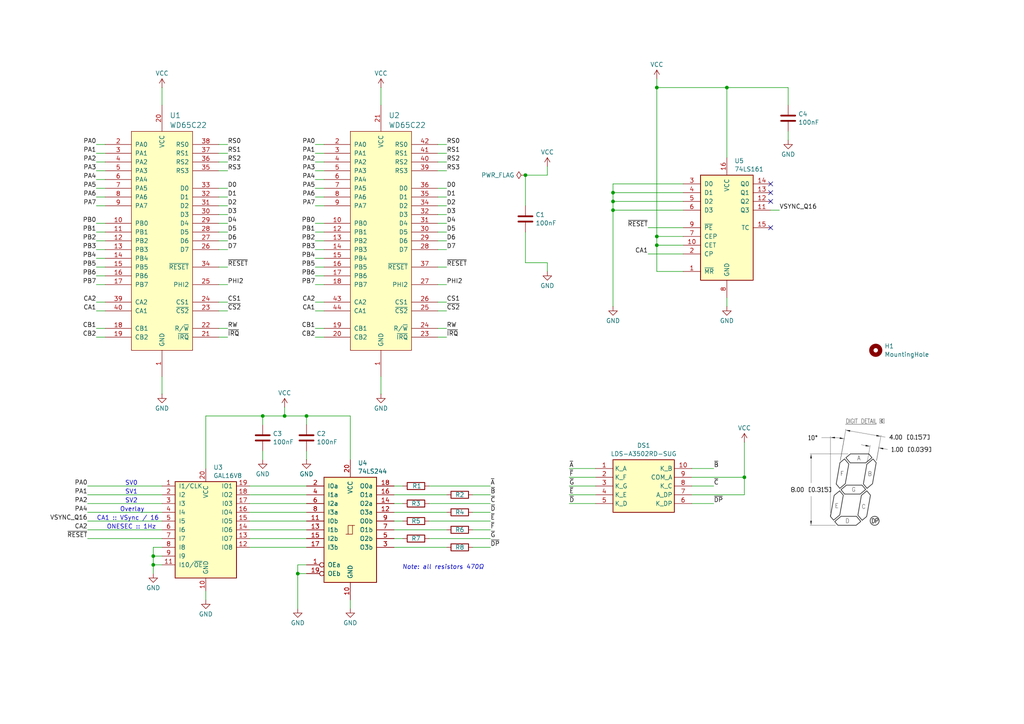
<source format=kicad_sch>
(kicad_sch (version 20231120) (generator "eeschema") (generator_version "8.0")
  (paper "A4")
  (title_block (title "VIA Plus") (date "2025-01-05") (rev "1.2") (company "lostwave") (comment 1 "https://github.com/demik/oldworld") (comment 2 "Macintosh 128k/512k/Plus VIA debug board"))
  (lib_symbols
    (symbol "74xx:74LS161" (pin_names (offset 1.016))
      (property "Reference" "U" (at -7.62 16.51 0))
      (property "Value" "74LS161" (at -7.62 -16.51 0))
      (symbol "74LS161_1_0"
        (pin input line (at -12.7 -12.7 0) (length 5.08) (name "~{MR}") (number "1"))
        (pin input line (at -12.7 -5.08 0) (length 5.08) (name "CET") (number "10"))
        (pin output line (at 12.7 5.08 180) (length 5.08) (name "Q3") (number "11"))
        (pin output line (at 12.7 7.62 180) (length 5.08) (name "Q2") (number "12"))
        (pin output line (at 12.7 10.16 180) (length 5.08) (name "Q1") (number "13"))
        (pin output line (at 12.7 12.7 180) (length 5.08) (name "Q0") (number "14"))
        (pin output line (at 12.7 0 180) (length 5.08) (name "TC") (number "15"))
        (pin power_in line (at 0 20.32 270) (length 5.08) (name "VCC") (number "16"))
        (pin input line (at -12.7 -7.62 0) (length 5.08) (name "CP") (number "2"))
        (pin input line (at -12.7 12.7 0) (length 5.08) (name "D0") (number "3"))
        (pin input line (at -12.7 10.16 0) (length 5.08) (name "D1") (number "4"))
        (pin input line (at -12.7 7.62 0) (length 5.08) (name "D2") (number "5"))
        (pin input line (at -12.7 5.08 0) (length 5.08) (name "D3") (number "6"))
        (pin input line (at -12.7 -2.54 0) (length 5.08) (name "CEP") (number "7"))
        (pin power_in line (at 0 -20.32 90) (length 5.08) (name "GND") (number "8"))
        (pin input line (at -12.7 0 0) (length 5.08) (name "~{PE}") (number "9"))
      )
      (symbol "74LS161_1_1"
        (rectangle (start -7.62 15.24) (end 7.62 -15.24) (stroke (width 0.254)) (fill (type background)))
      )
    )
    (symbol "74xx:74LS244" (pin_names (offset 1.016))
      (property "Reference" "U" (at -7.62 16.51 0))
      (property "Value" "74LS244" (at -7.62 -16.51 0))
      (symbol "74LS244_1_0"
        (polyline (pts (xy -0.635 -1.27) (xy -0.635 1.27) (xy 0.635 1.27)))
        (polyline (pts (xy -1.27 -1.27) (xy 0.635 -1.27) (xy 0.635 1.27) (xy 1.27 1.27)))
        (pin input inverted (at -12.7 -10.16 0) (length 5.08) (name "OEa") (number "1"))
        (pin power_in line (at 0 -20.32 90) (length 5.08) (name "GND") (number "10"))
        (pin input line (at -12.7 2.54 0) (length 5.08) (name "I0b") (number "11"))
        (pin tri_state line (at 12.7 5.08 180) (length 5.08) (name "O3a") (number "12"))
        (pin input line (at -12.7 0 0) (length 5.08) (name "I1b") (number "13"))
        (pin tri_state line (at 12.7 7.62 180) (length 5.08) (name "O2a") (number "14"))
        (pin input line (at -12.7 -2.54 0) (length 5.08) (name "I2b") (number "15"))
        (pin tri_state line (at 12.7 10.16 180) (length 5.08) (name "O1a") (number "16"))
        (pin input line (at -12.7 -5.08 0) (length 5.08) (name "I3b") (number "17"))
        (pin tri_state line (at 12.7 12.7 180) (length 5.08) (name "O0a") (number "18"))
        (pin input inverted (at -12.7 -12.7 0) (length 5.08) (name "OEb") (number "19"))
        (pin input line (at -12.7 12.7 0) (length 5.08) (name "I0a") (number "2"))
        (pin power_in line (at 0 20.32 270) (length 5.08) (name "VCC") (number "20"))
        (pin tri_state line (at 12.7 -5.08 180) (length 5.08) (name "O3b") (number "3"))
        (pin input line (at -12.7 10.16 0) (length 5.08) (name "I1a") (number "4"))
        (pin tri_state line (at 12.7 -2.54 180) (length 5.08) (name "O2b") (number "5"))
        (pin input line (at -12.7 7.62 0) (length 5.08) (name "I2a") (number "6"))
        (pin tri_state line (at 12.7 0 180) (length 5.08) (name "O1b") (number "7"))
        (pin input line (at -12.7 5.08 0) (length 5.08) (name "I3a") (number "8"))
        (pin tri_state line (at 12.7 2.54 180) (length 5.08) (name "O0b") (number "9"))
      )
      (symbol "74LS244_1_1"
        (rectangle (start -7.62 15.24) (end 7.62 -15.24) (stroke (width 0.254)) (fill (type background)))
      )
    )
    (symbol "Device:C" (pin_numbers hide) (pin_names (offset 0.254))
      (property "Reference" "C" (at 0.635 2.54 0))
      (property "Value" "C" (at 0.635 -2.54 0))
      (symbol "C_0_1"
        (polyline (pts (xy -2.032 -0.762) (xy 2.032 -0.762)) (stroke (width 0.508)))
        (polyline (pts (xy -2.032 0.762) (xy 2.032 0.762)) (stroke (width 0.508)))
      )
      (symbol "C_1_1"
        (pin passive line (at 0 3.81 270) (length 2.794) (name "~") (number "1"))
        (pin passive line (at 0 -3.81 90) (length 2.794) (name "~") (number "2"))
      )
    )
    (symbol "Device:R" (pin_numbers hide) (pin_names (offset 0))
      (property "Reference" "R" (at 2.032 0 90))
      (property "Value" "R" (at 0 0 90))
      (symbol "R_0_1"
        (rectangle (start -1.016 -2.54) (end 1.016 2.54) (stroke (width 0.254)))
      )
      (symbol "R_1_1"
        (pin passive line (at 0 3.81 270) (length 1.27) (name "~") (number "1"))
        (pin passive line (at 0 -3.81 90) (length 1.27) (name "~") (number "2"))
      )
    )
    (symbol "Logic_Programmable:GAL16V8" (pin_names (offset 1.016))
      (property "Reference" "U" (at -8.89 16.51 0))
      (property "Value" "GAL16V8" (at 1.27 16.51 0))
      (symbol "GAL16V8_0_0"
        (pin power_in line (at 0 -17.78 90) (length 3.81) (name "GND") (number "10"))
        (pin power_in line (at 0 17.78 270) (length 3.81) (name "VCC") (number "20"))
      )
      (symbol "GAL16V8_0_1"
        (rectangle (start -8.89 13.97) (end 8.89 -13.97) (stroke (width 0.254)) (fill (type background)))
      )
      (symbol "GAL16V8_1_1"
        (pin input line (at -12.7 12.7 0) (length 3.81) (name "I1/CLK") (number "1"))
        (pin input line (at -12.7 -10.16 0) (length 3.81) (name "I10/~{OE}") (number "11"))
        (pin tri_state line (at 12.7 -5.08 180) (length 3.81) (name "IO8") (number "12"))
        (pin tri_state line (at 12.7 -2.54 180) (length 3.81) (name "IO7") (number "13"))
        (pin tri_state line (at 12.7 0 180) (length 3.81) (name "IO6") (number "14"))
        (pin tri_state line (at 12.7 2.54 180) (length 3.81) (name "IO5") (number "15"))
        (pin tri_state line (at 12.7 5.08 180) (length 3.81) (name "IO4") (number "16"))
        (pin tri_state line (at 12.7 7.62 180) (length 3.81) (name "I03") (number "17"))
        (pin tri_state line (at 12.7 10.16 180) (length 3.81) (name "IO2") (number "18"))
        (pin tri_state line (at 12.7 12.7 180) (length 3.81) (name "IO1") (number "19"))
        (pin input line (at -12.7 10.16 0) (length 3.81) (name "I2") (number "2"))
        (pin input line (at -12.7 7.62 0) (length 3.81) (name "I3") (number "3"))
        (pin input line (at -12.7 5.08 0) (length 3.81) (name "I4") (number "4"))
        (pin input line (at -12.7 2.54 0) (length 3.81) (name "I5") (number "5"))
        (pin input line (at -12.7 0 0) (length 3.81) (name "I6") (number "6"))
        (pin input line (at -12.7 -2.54 0) (length 3.81) (name "I7") (number "7"))
        (pin input line (at -12.7 -5.08 0) (length 3.81) (name "I8") (number "8"))
        (pin input line (at -12.7 -7.62 0) (length 3.81) (name "I9") (number "9"))
      )
    )
    (symbol "Mechanical:MountingHole" (pin_names (offset 1.016)) (exclude_from_sim yes) (in_bom no)
      (property "Reference" "H" (at 0 5.08 0))
      (property "Value" "MountingHole" (at 0 3.175 0))
      (symbol "MountingHole_0_1"
        (circle (center 0 0) (radius 1.27) (stroke (width 1.27)))
      )
    )
    (symbol "VIA Plus:LDS-A3502RD-SUG"
      (property "Reference" "DS" (at 24.13 7.62 0))
      (property "Value" "LDS-A3502RD-SUG" (at 24.13 5.08 0))
      (symbol "LDS-A3502RD-SUG_1_1"
        (rectangle (start 5.08 2.54) (end 22.86 -12.7) (stroke (width 0.254)) (fill (type background)))
        (pin passive line (at 0 0 0) (length 5.08) (name "K_A") (number "1"))
        (pin passive line (at 27.94 0 180) (length 5.08) (name "K_B") (number "10"))
        (pin passive line (at 0 -2.54 0) (length 5.08) (name "K_F") (number "2"))
        (pin passive line (at 0 -5.08 0) (length 5.08) (name "K_G") (number "3"))
        (pin passive line (at 0 -7.62 0) (length 5.08) (name "K_E") (number "4"))
        (pin passive line (at 0 -10.16 0) (length 5.08) (name "K_D") (number "5"))
        (pin passive line (at 27.94 -10.16 180) (length 5.08) (name "K_DP") (number "6"))
        (pin passive line (at 27.94 -7.62 180) (length 5.08) (name "A_DP") (number "7"))
        (pin passive line (at 27.94 -5.08 180) (length 5.08) (name "K_C") (number "8"))
        (pin passive line (at 27.94 -2.54 180) (length 5.08) (name "COM_A") (number "9"))
      )
    )
    (symbol "VIA:WD65C22-TPG" (pin_names (offset 1.016))
      (property "Reference" "U" (at 2.54 34.29 0))
      (property "Value" "WD65C22" (at 0 -7.62 90))
      (symbol "WD65C22-TPG_1_1"
        (rectangle (start -8.89 31.75) (end 8.89 -31.75) (fill (type background)))
        (pin power_in line (at 0 -39.37 90) (length 7.62) (name "GND") (number "1"))
        (pin bidirectional line (at -16.51 5.08 0) (length 7.62) (name "PB0") (number "10"))
        (pin bidirectional line (at -16.51 2.54 0) (length 7.62) (name "PB1") (number "11"))
        (pin bidirectional line (at -16.51 0 0) (length 7.62) (name "PB2") (number "12"))
        (pin bidirectional line (at -16.51 -2.54 0) (length 7.62) (name "PB3") (number "13"))
        (pin bidirectional line (at -16.51 -5.08 0) (length 7.62) (name "PB4") (number "14"))
        (pin bidirectional line (at -16.51 -7.62 0) (length 7.62) (name "PB5") (number "15"))
        (pin bidirectional line (at -16.51 -10.16 0) (length 7.62) (name "PB6") (number "16"))
        (pin bidirectional line (at -16.51 -12.7 0) (length 7.62) (name "PB7") (number "17"))
        (pin bidirectional line (at -16.51 -25.4 0) (length 7.62) (name "CB1") (number "18"))
        (pin output line (at -16.51 -27.94 0) (length 7.62) (name "CB2") (number "19"))
        (pin bidirectional line (at -16.51 27.94 0) (length 7.62) (name "PA0") (number "2"))
        (pin power_in line (at 0 39.37 270) (length 7.62) (name "VCC") (number "20"))
        (pin output line (at 16.51 -27.94 180) (length 7.62) (name "~{IRQ}") (number "21"))
        (pin input line (at 16.51 -25.4 180) (length 7.62) (name "R/~{W}") (number "22"))
        (pin input line (at 16.51 -20.32 180) (length 7.62) (name "~{CS2}") (number "23"))
        (pin input line (at 16.51 -17.78 180) (length 7.62) (name "CS1") (number "24"))
        (pin input line (at 16.51 -12.7 180) (length 7.62) (name "PHI2") (number "25"))
        (pin tri_state line (at 16.51 -2.54 180) (length 7.62) (name "D7") (number "26"))
        (pin tri_state line (at 16.51 0 180) (length 7.62) (name "D6") (number "27"))
        (pin tri_state line (at 16.51 2.54 180) (length 7.62) (name "D5") (number "28"))
        (pin tri_state line (at 16.51 5.08 180) (length 7.62) (name "D4") (number "29"))
        (pin bidirectional line (at -16.51 25.4 0) (length 7.62) (name "PA1") (number "3"))
        (pin tri_state line (at 16.51 7.62 180) (length 7.62) (name "D3") (number "30"))
        (pin tri_state line (at 16.51 10.16 180) (length 7.62) (name "D2") (number "31"))
        (pin tri_state line (at 16.51 12.7 180) (length 7.62) (name "D1") (number "32"))
        (pin tri_state line (at 16.51 15.24 180) (length 7.62) (name "D0") (number "33"))
        (pin input line (at 16.51 -7.62 180) (length 7.62) (name "~{RESET}") (number "34"))
        (pin input line (at 16.51 20.32 180) (length 7.62) (name "RS3") (number "35"))
        (pin input line (at 16.51 22.86 180) (length 7.62) (name "RS2") (number "36"))
        (pin input line (at 16.51 25.4 180) (length 7.62) (name "RS1") (number "37"))
        (pin input line (at 16.51 27.94 180) (length 7.62) (name "RS0") (number "38"))
        (pin bidirectional line (at -16.51 -17.78 0) (length 7.62) (name "CA2") (number "39"))
        (pin bidirectional line (at -16.51 22.86 0) (length 7.62) (name "PA2") (number "4"))
        (pin bidirectional line (at -16.51 -20.32 0) (length 7.62) (name "CA1") (number "40"))
        (pin bidirectional line (at -16.51 20.32 0) (length 7.62) (name "PA3") (number "5"))
        (pin bidirectional line (at -16.51 17.78 0) (length 7.62) (name "PA4") (number "6"))
        (pin bidirectional line (at -16.51 15.24 0) (length 7.62) (name "PA5") (number "7"))
        (pin bidirectional line (at -16.51 12.7 0) (length 7.62) (name "PA6") (number "8"))
        (pin bidirectional line (at -16.51 10.16 0) (length 7.62) (name "PA7") (number "9"))
      )
    )
    (symbol "VIA:WD65C22-TPLG" (pin_names (offset 1.016))
      (property "Reference" "U" (at 2.54 34.29 0))
      (property "Value" "WD65C22" (at 0 -7.62 90))
      (symbol "WD65C22-TPLG_1_1"
        (rectangle (start -8.89 31.75) (end 8.89 -31.75) (fill (type background)))
        (pin power_in line (at 0 -39.37 90) (length 7.62) (name "GND") (number "1"))
        (pin bidirectional line (at -16.51 5.08 0) (length 7.62) (name "PB0") (number "10"))
        (pin no_connect line (at -2.54 -39.37 90) (length 7.62) hide (name "NC") (number "11"))
        (pin bidirectional line (at -16.51 2.54 0) (length 7.62) (name "PB1") (number "12"))
        (pin bidirectional line (at -16.51 0 0) (length 7.62) (name "PB2") (number "13"))
        (pin bidirectional line (at -16.51 -2.54 0) (length 7.62) (name "PB3") (number "14"))
        (pin bidirectional line (at -16.51 -5.08 0) (length 7.62) (name "PB4") (number "15"))
        (pin bidirectional line (at -16.51 -7.62 0) (length 7.62) (name "PB5") (number "16"))
        (pin bidirectional line (at -16.51 -10.16 0) (length 7.62) (name "PB6") (number "17"))
        (pin bidirectional line (at -16.51 -12.7 0) (length 7.62) (name "PB7") (number "18"))
        (pin bidirectional line (at -16.51 -25.4 0) (length 7.62) (name "CB1") (number "19"))
        (pin bidirectional line (at -16.51 27.94 0) (length 7.62) (name "PA0") (number "2"))
        (pin output line (at -16.51 -27.94 0) (length 7.62) (name "CB2") (number "20"))
        (pin power_in line (at 0 39.37 270) (length 7.62) (name "VCC") (number "21"))
        (pin no_connect line (at 2.54 -39.37 90) (length 7.62) hide (name "NC") (number "22"))
        (pin output line (at 16.51 -27.94 180) (length 7.62) (name "~{IRQ}") (number "23"))
        (pin input line (at 16.51 -25.4 180) (length 7.62) (name "R/~{W}") (number "24"))
        (pin input line (at 16.51 -20.32 180) (length 7.62) (name "~{CS2}") (number "25"))
        (pin input line (at 16.51 -17.78 180) (length 7.62) (name "CS1") (number "26"))
        (pin input line (at 16.51 -12.7 180) (length 7.62) (name "PHI2") (number "27"))
        (pin tri_state line (at 16.51 -2.54 180) (length 7.62) (name "D7") (number "28"))
        (pin tri_state line (at 16.51 0 180) (length 7.62) (name "D6") (number "29"))
        (pin bidirectional line (at -16.51 25.4 0) (length 7.62) (name "PA1") (number "3"))
        (pin tri_state line (at 16.51 2.54 180) (length 7.62) (name "D5") (number "30"))
        (pin tri_state line (at 16.51 5.08 180) (length 7.62) (name "D4") (number "31"))
        (pin tri_state line (at 16.51 7.62 180) (length 7.62) (name "D3") (number "32"))
        (pin no_connect line (at 16.51 17.78 180) (length 7.62) hide (name "NC") (number "33"))
        (pin tri_state line (at 16.51 10.16 180) (length 7.62) (name "D2") (number "34"))
        (pin tri_state line (at 16.51 12.7 180) (length 7.62) (name "D1") (number "35"))
        (pin tri_state line (at 16.51 15.24 180) (length 7.62) (name "D0") (number "36"))
        (pin input line (at 16.51 -7.62 180) (length 7.62) (name "~{RESET}") (number "37"))
        (pin no_connect line (at 16.51 -5.08 180) (length 7.62) hide (name "NC") (number "38"))
        (pin input line (at 16.51 20.32 180) (length 7.62) (name "RS3") (number "39"))
        (pin bidirectional line (at -16.51 22.86 0) (length 7.62) (name "PA2") (number "4"))
        (pin input line (at 16.51 22.86 180) (length 7.62) (name "RS2") (number "40"))
        (pin input line (at 16.51 25.4 180) (length 7.62) (name "RS1") (number "41"))
        (pin input line (at 16.51 27.94 180) (length 7.62) (name "RS0") (number "42"))
        (pin bidirectional line (at -16.51 -17.78 0) (length 7.62) (name "CA2") (number "43"))
        (pin bidirectional line (at -16.51 -20.32 0) (length 7.62) (name "CA1") (number "44"))
        (pin bidirectional line (at -16.51 20.32 0) (length 7.62) (name "PA3") (number "5"))
        (pin bidirectional line (at -16.51 17.78 0) (length 7.62) (name "PA4") (number "6"))
        (pin bidirectional line (at -16.51 15.24 0) (length 7.62) (name "PA5") (number "7"))
        (pin bidirectional line (at -16.51 12.7 0) (length 7.62) (name "PA6") (number "8"))
        (pin bidirectional line (at -16.51 10.16 0) (length 7.62) (name "PA7") (number "9"))
      )
    )
    (symbol "power:GND" (power) (pin_numbers hide) (pin_names (offset 0) hide)
      (property "Value" "GND" (at 0 -3.81 0))
      (symbol "GND_0_1"
        (polyline (pts (xy 0 0) (xy 0 -1.27) (xy 1.27 -1.27) (xy 0 -2.54) (xy -1.27 -1.27) (xy 0 -1.27)))
      )
      (symbol "GND_1_1"
        (pin power_in line (at 0 0 270) (length 0) (name "~") (number "1"))
      )
    )
    (symbol "power:PWR_FLAG" (power) (pin_numbers hide) (pin_names (offset 0) hide)
      (property "Value" "PWR_FLAG" (at 0 3.81 0))
      (symbol "PWR_FLAG_0_0"
        (pin power_out line (at 0 0 90) (length 0) (name "~") (number "1"))
      )
      (symbol "PWR_FLAG_0_1"
        (polyline (pts (xy 0 0) (xy 0 1.27) (xy -1.016 1.905) (xy 0 2.54) (xy 1.016 1.905) (xy 0 1.27)))
      )
    )
    (symbol "power:VCC" (power) (pin_numbers hide) (pin_names (offset 0) hide)
      (property "Value" "VCC" (at 0 3.556 0))
      (symbol "VCC_0_1"
        (polyline (pts (xy -0.762 1.27) (xy 0 2.54)))
        (polyline (pts (xy 0 0) (xy 0 2.54)))
        (polyline (pts (xy 0 2.54) (xy 0.762 1.27)))
      )
      (symbol "VCC_1_1"
        (pin power_in line (at 0 0 90) (length 0) (name "~") (number "1"))
      )
    )
  )
  (junction (at 190.5 68.58))
  (junction (at 44.45 163.83))
  (junction (at 190.5 71.12))
  (junction (at 86.36 166.37))
  (junction (at 177.8 58.42))
  (junction (at 210.82 25.4))
  (junction (at 44.45 161.29))
  (junction (at 88.9 120.65))
  (junction (at 190.5 25.4))
  (junction (at 82.55 120.65))
  (junction (at 76.2 120.65))
  (junction (at 177.8 60.96))
  (junction (at 177.8 55.88))
  (junction (at 215.9 138.43))
  (junction (at 152.4 50.8))
  (no_connect (at 223.52 58.42))
  (no_connect (at 223.52 55.88))
  (no_connect (at 223.52 66.04))
  (no_connect (at 223.52 53.34))
  (wire (pts (xy 27.94 59.69) (xy 30.48 59.69)))
  (wire (pts (xy 25.4 151.13) (xy 46.99 151.13)))
  (wire (pts (xy 72.39 146.05) (xy 88.9 146.05)))
  (wire (pts (xy 63.5 72.39) (xy 66.04 72.39)))
  (wire (pts (xy 91.44 69.85) (xy 93.98 69.85)))
  (wire (pts (xy 63.5 41.91) (xy 66.04 41.91)))
  (wire (pts (xy 177.8 60.96) (xy 198.12 60.96)))
  (wire (pts (xy 127 95.25) (xy 129.54 95.25)))
  (wire (pts (xy 137.16 158.75) (xy 142.24 158.75)))
  (wire (pts (xy 210.82 25.4) (xy 190.5 25.4)))
  (wire (pts (xy 63.5 54.61) (xy 66.04 54.61)))
  (wire (pts (xy 177.8 58.42) (xy 177.8 60.96)))
  (wire (pts (xy 137.16 148.59) (xy 142.24 148.59)))
  (wire (pts (xy 86.36 166.37) (xy 88.9 166.37)))
  (wire (pts (xy 46.99 109.22) (xy 46.99 114.3)))
  (wire (pts (xy 110.49 25.4) (xy 110.49 30.48)))
  (wire (pts (xy 91.44 82.55) (xy 93.98 82.55)))
  (wire (pts (xy 152.4 76.2) (xy 158.75 76.2)))
  (wire (pts (xy 88.9 130.81) (xy 88.9 133.35)))
  (wire (pts (xy 210.82 86.36) (xy 210.82 88.9)))
  (wire (pts (xy 114.3 151.13) (xy 116.84 151.13)))
  (wire (pts (xy 27.94 46.99) (xy 30.48 46.99)))
  (wire (pts (xy 228.6 38.1) (xy 228.6 40.64)))
  (wire (pts (xy 124.46 146.05) (xy 142.24 146.05)))
  (wire (pts (xy 165.1 138.43) (xy 172.72 138.43)))
  (wire (pts (xy 177.8 55.88) (xy 177.8 58.42)))
  (wire (pts (xy 59.69 171.45) (xy 59.69 173.99)))
  (wire (pts (xy 25.4 148.59) (xy 46.99 148.59)))
  (wire (pts (xy 127 90.17) (xy 129.54 90.17)))
  (wire (pts (xy 91.44 72.39) (xy 93.98 72.39)))
  (wire (pts (xy 44.45 163.83) (xy 46.99 163.83)))
  (wire (pts (xy 91.44 46.99) (xy 93.98 46.99)))
  (wire (pts (xy 63.5 64.77) (xy 66.04 64.77)))
  (wire (pts (xy 25.4 153.67) (xy 46.99 153.67)))
  (wire (pts (xy 27.94 57.15) (xy 30.48 57.15)))
  (wire (pts (xy 63.5 57.15) (xy 66.04 57.15)))
  (wire (pts (xy 127 41.91) (xy 129.54 41.91)))
  (wire (pts (xy 127 46.99) (xy 129.54 46.99)))
  (wire (pts (xy 101.6 120.65) (xy 101.6 133.35)))
  (wire (pts (xy 223.52 60.96) (xy 226.06 60.96)))
  (wire (pts (xy 200.66 146.05) (xy 207.01 146.05)))
  (wire (pts (xy 124.46 156.21) (xy 142.24 156.21)))
  (wire (pts (xy 190.5 68.58) (xy 198.12 68.58)))
  (wire (pts (xy 127 62.23) (xy 129.54 62.23)))
  (wire (pts (xy 127 87.63) (xy 129.54 87.63)))
  (wire (pts (xy 63.5 82.55) (xy 66.04 82.55)))
  (wire (pts (xy 63.5 67.31) (xy 66.04 67.31)))
  (wire (pts (xy 200.66 143.51) (xy 215.9 143.51)))
  (wire (pts (xy 91.44 74.93) (xy 93.98 74.93)))
  (wire (pts (xy 27.94 90.17) (xy 30.48 90.17)))
  (wire (pts (xy 63.5 90.17) (xy 66.04 90.17)))
  (wire (pts (xy 198.12 55.88) (xy 177.8 55.88)))
  (wire (pts (xy 72.39 140.97) (xy 88.9 140.97)))
  (wire (pts (xy 114.3 156.21) (xy 116.84 156.21)))
  (wire (pts (xy 44.45 161.29) (xy 44.45 158.75)))
  (wire (pts (xy 25.4 143.51) (xy 46.99 143.51)))
  (wire (pts (xy 110.49 109.22) (xy 110.49 114.3)))
  (wire (pts (xy 114.3 146.05) (xy 116.84 146.05)))
  (wire (pts (xy 137.16 143.51) (xy 142.24 143.51)))
  (wire (pts (xy 127 57.15) (xy 129.54 57.15)))
  (wire (pts (xy 76.2 120.65) (xy 59.69 120.65)))
  (wire (pts (xy 210.82 45.72) (xy 210.82 25.4)))
  (wire (pts (xy 44.45 163.83) (xy 44.45 161.29)))
  (wire (pts (xy 44.45 166.37) (xy 44.45 163.83)))
  (wire (pts (xy 127 67.31) (xy 129.54 67.31)))
  (wire (pts (xy 82.55 120.65) (xy 88.9 120.65)))
  (wire (pts (xy 88.9 120.65) (xy 88.9 123.19)))
  (wire (pts (xy 91.44 90.17) (xy 93.98 90.17)))
  (wire (pts (xy 46.99 25.4) (xy 46.99 30.48)))
  (wire (pts (xy 72.39 151.13) (xy 88.9 151.13)))
  (wire (pts (xy 91.44 77.47) (xy 93.98 77.47)))
  (wire (pts (xy 190.5 68.58) (xy 190.5 71.12)))
  (wire (pts (xy 27.94 44.45) (xy 30.48 44.45)))
  (wire (pts (xy 63.5 62.23) (xy 66.04 62.23)))
  (wire (pts (xy 127 64.77) (xy 129.54 64.77)))
  (wire (pts (xy 152.4 67.31) (xy 152.4 76.2)))
  (wire (pts (xy 63.5 59.69) (xy 66.04 59.69)))
  (wire (pts (xy 27.94 74.93) (xy 30.48 74.93)))
  (wire (pts (xy 215.9 138.43) (xy 215.9 143.51)))
  (wire (pts (xy 187.96 66.04) (xy 198.12 66.04)))
  (wire (pts (xy 101.6 173.99) (xy 101.6 176.53)))
  (wire (pts (xy 82.55 120.65) (xy 76.2 120.65)))
  (wire (pts (xy 190.5 71.12) (xy 190.5 78.74)))
  (wire (pts (xy 27.94 64.77) (xy 30.48 64.77)))
  (wire (pts (xy 27.94 97.79) (xy 30.48 97.79)))
  (wire (pts (xy 127 44.45) (xy 129.54 44.45)))
  (wire (pts (xy 76.2 120.65) (xy 76.2 123.19)))
  (wire (pts (xy 190.5 25.4) (xy 190.5 68.58)))
  (wire (pts (xy 91.44 97.79) (xy 93.98 97.79)))
  (wire (pts (xy 158.75 50.8) (xy 152.4 50.8)))
  (wire (pts (xy 137.16 153.67) (xy 142.24 153.67)))
  (wire (pts (xy 127 49.53) (xy 129.54 49.53)))
  (wire (pts (xy 91.44 59.69) (xy 93.98 59.69)))
  (wire (pts (xy 198.12 78.74) (xy 190.5 78.74)))
  (wire (pts (xy 215.9 128.27) (xy 215.9 138.43)))
  (wire (pts (xy 63.5 46.99) (xy 66.04 46.99)))
  (wire (pts (xy 59.69 120.65) (xy 59.69 135.89)))
  (wire (pts (xy 63.5 95.25) (xy 66.04 95.25)))
  (wire (pts (xy 27.94 95.25) (xy 30.48 95.25)))
  (wire (pts (xy 25.4 140.97) (xy 46.99 140.97)))
  (wire (pts (xy 91.44 54.61) (xy 93.98 54.61)))
  (wire (pts (xy 27.94 49.53) (xy 30.48 49.53)))
  (wire (pts (xy 200.66 138.43) (xy 215.9 138.43)))
  (wire (pts (xy 177.8 88.9) (xy 177.8 60.96)))
  (wire (pts (xy 127 97.79) (xy 129.54 97.79)))
  (wire (pts (xy 25.4 156.21) (xy 46.99 156.21)))
  (wire (pts (xy 91.44 41.91) (xy 93.98 41.91)))
  (wire (pts (xy 63.5 69.85) (xy 66.04 69.85)))
  (wire (pts (xy 165.1 143.51) (xy 172.72 143.51)))
  (wire (pts (xy 91.44 44.45) (xy 93.98 44.45)))
  (wire (pts (xy 44.45 158.75) (xy 46.99 158.75)))
  (wire (pts (xy 124.46 151.13) (xy 142.24 151.13)))
  (wire (pts (xy 91.44 52.07) (xy 93.98 52.07)))
  (wire (pts (xy 177.8 53.34) (xy 177.8 55.88)))
  (wire (pts (xy 27.94 67.31) (xy 30.48 67.31)))
  (wire (pts (xy 27.94 77.47) (xy 30.48 77.47)))
  (wire (pts (xy 127 82.55) (xy 129.54 82.55)))
  (wire (pts (xy 158.75 76.2) (xy 158.75 78.74)))
  (wire (pts (xy 27.94 41.91) (xy 30.48 41.91)))
  (wire (pts (xy 63.5 87.63) (xy 66.04 87.63)))
  (wire (pts (xy 127 69.85) (xy 129.54 69.85)))
  (wire (pts (xy 200.66 135.89) (xy 207.01 135.89)))
  (wire (pts (xy 86.36 166.37) (xy 86.36 163.83)))
  (wire (pts (xy 63.5 77.47) (xy 66.04 77.47)))
  (wire (pts (xy 86.36 163.83) (xy 88.9 163.83)))
  (wire (pts (xy 198.12 58.42) (xy 177.8 58.42)))
  (wire (pts (xy 91.44 80.01) (xy 93.98 80.01)))
  (wire (pts (xy 127 72.39) (xy 129.54 72.39)))
  (wire (pts (xy 114.3 158.75) (xy 129.54 158.75)))
  (wire (pts (xy 27.94 80.01) (xy 30.48 80.01)))
  (wire (pts (xy 27.94 69.85) (xy 30.48 69.85)))
  (wire (pts (xy 158.75 48.26) (xy 158.75 50.8)))
  (wire (pts (xy 72.39 156.21) (xy 88.9 156.21)))
  (wire (pts (xy 127 59.69) (xy 129.54 59.69)))
  (wire (pts (xy 200.66 140.97) (xy 207.01 140.97)))
  (wire (pts (xy 86.36 176.53) (xy 86.36 166.37)))
  (wire (pts (xy 72.39 153.67) (xy 88.9 153.67)))
  (wire (pts (xy 152.4 50.8) (xy 152.4 59.69)))
  (wire (pts (xy 124.46 140.97) (xy 142.24 140.97)))
  (wire (pts (xy 27.94 54.61) (xy 30.48 54.61)))
  (wire (pts (xy 72.39 158.75) (xy 88.9 158.75)))
  (wire (pts (xy 165.1 135.89) (xy 172.72 135.89)))
  (wire (pts (xy 72.39 148.59) (xy 88.9 148.59)))
  (wire (pts (xy 187.96 73.66) (xy 198.12 73.66)))
  (wire (pts (xy 44.45 161.29) (xy 46.99 161.29)))
  (wire (pts (xy 190.5 71.12) (xy 198.12 71.12)))
  (wire (pts (xy 127 77.47) (xy 129.54 77.47)))
  (wire (pts (xy 27.94 87.63) (xy 30.48 87.63)))
  (wire (pts (xy 91.44 57.15) (xy 93.98 57.15)))
  (wire (pts (xy 91.44 87.63) (xy 93.98 87.63)))
  (wire (pts (xy 114.3 153.67) (xy 129.54 153.67)))
  (wire (pts (xy 91.44 95.25) (xy 93.98 95.25)))
  (wire (pts (xy 165.1 146.05) (xy 172.72 146.05)))
  (wire (pts (xy 88.9 120.65) (xy 101.6 120.65)))
  (wire (pts (xy 27.94 72.39) (xy 30.48 72.39)))
  (wire (pts (xy 91.44 67.31) (xy 93.98 67.31)))
  (wire (pts (xy 76.2 130.81) (xy 76.2 133.35)))
  (wire (pts (xy 114.3 143.51) (xy 129.54 143.51)))
  (wire (pts (xy 127 54.61) (xy 129.54 54.61)))
  (wire (pts (xy 72.39 143.51) (xy 88.9 143.51)))
  (wire (pts (xy 91.44 64.77) (xy 93.98 64.77)))
  (wire (pts (xy 63.5 97.79) (xy 66.04 97.79)))
  (wire (pts (xy 190.5 22.86) (xy 190.5 25.4)))
  (wire (pts (xy 25.4 146.05) (xy 46.99 146.05)))
  (wire (pts (xy 91.44 49.53) (xy 93.98 49.53)))
  (wire (pts (xy 198.12 53.34) (xy 177.8 53.34)))
  (wire (pts (xy 228.6 30.48) (xy 228.6 25.4)))
  (wire (pts (xy 228.6 25.4) (xy 210.82 25.4)))
  (wire (pts (xy 165.1 140.97) (xy 172.72 140.97)))
  (wire (pts (xy 114.3 148.59) (xy 129.54 148.59)))
  (wire (pts (xy 27.94 82.55) (xy 30.48 82.55)))
  (wire (pts (xy 63.5 49.53) (xy 66.04 49.53)))
  (wire (pts (xy 63.5 44.45) (xy 66.04 44.45)))
  (wire (pts (xy 114.3 140.97) (xy 116.84 140.97)))
  (wire (pts (xy 27.94 52.07) (xy 30.48 52.07)))
  (wire (pts (xy 82.55 118.11) (xy 82.55 120.65)))
  (image (at 250.19 135.89))
  (text "SV1" (at 38.1 142.748 0) (effects (font (size 1.27 1.27))))
  (text "SV0" (at 38.1 140.208 0) (effects (font (size 1.27 1.27))))
  (text "Note: all resistors 470Ω" (at 128.524 164.592 0) (effects (font (size 1.27 1.27) (italic yes))))
  (text "SV2" (at 38.1 145.288 0) (effects (font (size 1.27 1.27))))
  (text "Overlay" (at 38.354 147.828 0) (effects (font (size 1.27 1.27))))
  (text "ONESEC :: 1Hz" (at 38.1 152.908 0) (effects (font (size 1.27 1.27))))
  (text "CA1 :: VSync / 16" (at 37.084 150.368 0) (effects (font (size 1.27 1.27))))
  (label "~{RESET}" (at 66.04 77.47 0))
  (label "PA6" (at 91.44 57.15 180))
  (label "~{D}" (at 165.1 146.05 0))
  (label "CA2" (at 25.4 153.67 180))
  (label "CB2" (at 27.94 97.79 180))
  (label "D1" (at 129.54 57.15 0))
  (label "D7" (at 129.54 72.39 0))
  (label "PA1" (at 91.44 44.45 180))
  (label "PA4" (at 27.94 52.07 180))
  (label "PB5" (at 27.94 77.47 180))
  (label "~{RESET}" (at 187.96 66.04 180))
  (label "RS3" (at 129.54 49.53 0))
  (label "PA5" (at 27.94 54.61 180))
  (label "PA6" (at 27.94 57.15 180))
  (label "~{B}" (at 142.24 143.51 0))
  (label "~{C}" (at 142.24 146.05 0))
  (label "CA2" (at 27.94 87.63 180))
  (label "RS0" (at 129.54 41.91 0))
  (label "~{B}" (at 207.01 135.89 0))
  (label "D2" (at 66.04 59.69 0))
  (label "CA1" (at 91.44 90.17 180))
  (label "RS2" (at 129.54 46.99 0))
  (label "~{RESET}" (at 25.4 156.21 180))
  (label "CB1" (at 27.94 95.25 180))
  (label "D1" (at 66.04 57.15 0))
  (label "~{G}" (at 142.24 156.21 0))
  (label "PA3" (at 91.44 49.53 180))
  (label "CB1" (at 91.44 95.25 180))
  (label "PB6" (at 91.44 80.01 180))
  (label "PHI2" (at 66.04 82.55 0))
  (label "~{CS2}" (at 66.04 90.17 0))
  (label "PB4" (at 91.44 74.93 180))
  (label "RW" (at 129.54 95.25 0))
  (label "VSYNC_Q16" (at 25.4 151.13 180))
  (label "PA3" (at 27.94 49.53 180))
  (label "~{RESET}" (at 129.54 77.47 0))
  (label "PB0" (at 91.44 64.77 180))
  (label "RS2" (at 66.04 46.99 0))
  (label "PA2" (at 25.4 146.05 180))
  (label "CA1" (at 27.94 90.17 180))
  (label "PA2" (at 91.44 46.99 180))
  (label "RS1" (at 66.04 44.45 0))
  (label "~{DP}" (at 207.01 146.05 0))
  (label "PB1" (at 27.94 67.31 180))
  (label "PA1" (at 27.94 44.45 180))
  (label "D5" (at 129.54 67.31 0))
  (label "RS1" (at 129.54 44.45 0))
  (label "PB2" (at 27.94 69.85 180))
  (label "D6" (at 129.54 69.85 0))
  (label "PA4" (at 91.44 52.07 180))
  (label "D5" (at 66.04 67.31 0))
  (label "~{F}" (at 165.1 138.43 0))
  (label "RS0" (at 66.04 41.91 0))
  (label "CS1" (at 129.54 87.63 0))
  (label "RW" (at 66.04 95.25 0))
  (label "PA1" (at 25.4 143.51 180))
  (label "D7" (at 66.04 72.39 0))
  (label "~{IRQ}" (at 66.04 97.79 0))
  (label "PA0" (at 91.44 41.91 180))
  (label "D0" (at 129.54 54.61 0))
  (label "D3" (at 66.04 62.23 0))
  (label "VSYNC_Q16" (at 226.06 60.96 0))
  (label "PA5" (at 91.44 54.61 180))
  (label "PB7" (at 91.44 82.55 180))
  (label "~{D}" (at 142.24 148.59 0))
  (label "PB2" (at 91.44 69.85 180))
  (label "~{A}" (at 142.24 140.97 0))
  (label "PA2" (at 27.94 46.99 180))
  (label "PB7" (at 27.94 82.55 180))
  (label "PB4" (at 27.94 74.93 180))
  (label "~{C}" (at 207.01 140.97 0))
  (label "PA0" (at 27.94 41.91 180))
  (label "CA2" (at 91.44 87.63 180))
  (label "~{G}" (at 165.1 140.97 0))
  (label "RS3" (at 66.04 49.53 0))
  (label "D0" (at 66.04 54.61 0))
  (label "~{DP}" (at 142.24 158.75 0))
  (label "PA4" (at 25.4 148.59 180))
  (label "PB6" (at 27.94 80.01 180))
  (label "CS1" (at 66.04 87.63 0))
  (label "CA1" (at 187.96 73.66 180))
  (label "D4" (at 129.54 64.77 0))
  (label "D3" (at 129.54 62.23 0))
  (label "D6" (at 66.04 69.85 0))
  (label "PA7" (at 27.94 59.69 180))
  (label "PB0" (at 27.94 64.77 180))
  (label "PB3" (at 91.44 72.39 180))
  (label "~{E}" (at 142.24 151.13 0))
  (label "PB5" (at 91.44 77.47 180))
  (label "~{E}" (at 165.1 143.51 0))
  (label "~{IRQ}" (at 129.54 97.79 0))
  (label "PHI2" (at 129.54 82.55 0))
  (label "CB2" (at 91.44 97.79 180))
  (label "~{F}" (at 142.24 153.67 0))
  (label "PB1" (at 91.44 67.31 180))
  (label "~{A}" (at 165.1 135.89 0))
  (label "PB3" (at 27.94 72.39 180))
  (label "PA0" (at 25.4 140.97 180))
  (label "D2" (at 129.54 59.69 0))
  (label "~{CS2}" (at 129.54 90.17 0))
  (label "PA7" (at 91.44 59.69 180))
  (label "D4" (at 66.04 64.77 0))
  (symbol (lib_id "Logic_Programmable:GAL16V8") (at 59.69 153.67 0) (unit 1)
    (property "Reference" "U3" (at 61.8841 135.5555 0) (effects (justify left)))
    (property "Value" "GAL16V8" (at 61.8841 137.9798 0) (effects (justify left)))
    (property "Footprint" "Package_DIP:DIP-20_W7.62mm" (effects (hide yes)))
    (property "Description" "Programmable Logic Array, DIP-20/SOIC-20/PLCC-20" (effects (hide yes)))
  )
  (symbol (lib_id "power:GND") (at 110.49 114.3 0) (unit 1)
    (property "Reference" "#PWR04" (effects (hide yes)))
    (property "Value" "GND" (at 110.49 118.4331 0))
    (property "Description" "Power symbol creates a global label with name \"GND\" , ground" (effects (hide yes)))
  )
  (symbol (lib_id "VIA:WD65C22-TPLG") (at 110.49 69.85 0) (unit 1)
    (property "Reference" "U2" (at 112.6841 33.4698 0) (effects (font (size 1.524 1.524)) (justify left)))
    (property "Value" "WD65C22" (at 112.6841 36.3026 0) (effects (font (size 1.524 1.524)) (justify left)))
    (property "Footprint" "Package_LCC:PLCC-44_THT-Socket" (effects (hide yes)))
    (property "Datasheet" "https://www.westerndesigncenter.com/wdc/w65c22-chip.php" (effects (hide yes)))
  )
  (symbol (lib_id "Device:R") (at 133.35 158.75 90) (unit 1)
    (property "Reference" "R8" (at 133.35 158.75 90))
    (property "Value" "470Ω" (effects (hide yes)))
    (property "Footprint" "Resistor_THT:R_Axial_DIN0207_L6.3mm_D2.5mm_P7.62mm_Horizontal" (effects (hide yes)))
    (property "Description" "Resistor" (effects (hide yes)))
  )
  (symbol (lib_id "Device:R") (at 133.35 143.51 90) (unit 1)
    (property "Reference" "R2" (at 133.35 143.51 90))
    (property "Value" "470Ω" (effects (hide yes)))
    (property "Footprint" "Resistor_THT:R_Axial_DIN0207_L6.3mm_D2.5mm_P7.62mm_Horizontal" (effects (hide yes)))
    (property "Description" "Resistor" (effects (hide yes)))
  )
  (symbol (lib_id "Device:R") (at 120.65 146.05 90) (unit 1)
    (property "Reference" "R3" (at 120.65 146.05 90))
    (property "Value" "470Ω" (effects (hide yes)))
    (property "Footprint" "Resistor_THT:R_Axial_DIN0207_L6.3mm_D2.5mm_P7.62mm_Horizontal" (effects (hide yes)))
    (property "Description" "Resistor" (effects (hide yes)))
  )
  (symbol (lib_id "power:GND") (at 59.69 173.99 0) (unit 1)
    (property "Reference" "#PWR08" (effects (hide yes)))
    (property "Value" "GND" (at 59.69 178.1231 0))
    (property "Description" "Power symbol creates a global label with name \"GND\" , ground" (effects (hide yes)))
  )
  (symbol (lib_id "74xx:74LS244") (at 101.6 153.67 0) (unit 1)
    (property "Reference" "U4" (at 103.7941 134.2855 0) (effects (justify left)))
    (property "Value" "74LS244" (at 103.7941 136.7098 0) (effects (justify left)))
    (property "Footprint" "Package_DIP:DIP-20_W7.62mm" (effects (hide yes)))
    (property "Datasheet" "http://www.ti.com/lit/ds/symlink/sn74ls244.pdf" (effects (hide yes)))
    (property "Description" "Octal Buffer and Line Driver With 3-State Output, active-low enables, non-inverting outputs" (effects (hide yes)))
  )
  (symbol (lib_id "power:VCC") (at 215.9 128.27 0) (unit 1)
    (property "Reference" "#PWR07" (effects (hide yes)))
    (property "Value" "VCC" (at 215.9 124.1369 0))
    (property "Description" "Power symbol creates a global label with name \"VCC\"" (effects (hide yes)))
  )
  (symbol (lib_id "Device:R") (at 120.65 151.13 90) (unit 1)
    (property "Reference" "R5" (at 120.65 151.13 90))
    (property "Value" "470Ω" (effects (hide yes)))
    (property "Footprint" "Resistor_THT:R_Axial_DIN0207_L6.3mm_D2.5mm_P7.62mm_Horizontal" (effects (hide yes)))
    (property "Description" "Resistor" (effects (hide yes)))
  )
  (symbol (lib_id "VIA Plus:LDS-A3502RD-SUG") (at 172.72 135.89 0) (unit 1)
    (property "Reference" "DS1" (at 186.69 129.2055 0))
    (property "Value" "LDS-A3502RD-SUG" (at 186.69 131.6298 0))
    (property "Footprint" "lib:LDS-A3502RD-SUG" (effects (hide yes)))
    (property "Datasheet" "https://componentsearchengine.com/Datasheets/1/LDS-A3502RD-SUG.pdf" (effects (hide yes)))
    (property "Description" "LED Displays & Accessories .32\" LED Display 574nm Green Chips" (effects (hide yes)))
    (property "Height" "5.25" (effects (hide yes)))
    (property "Mouser Part Number" "696-LDS-A3502RD-SUG" (effects (hide yes)))
    (property "Mouser Price/Stock" "https://www.mouser.com/Search/Refine.aspx?Keyword=696-LDS-A3502RD-SUG" (effects (hide yes)))
    (property "Manufacturer_Name" "Lumex" (effects (hide yes)))
    (property "Manufacturer_Part_Number" "LDS-A3502RD-SUG" (effects (hide yes)))
  )
  (symbol (lib_id "power:GND") (at 46.99 114.3 0) (unit 1)
    (property "Reference" "#PWR03" (effects (hide yes)))
    (property "Value" "GND" (at 46.99 118.4331 0))
    (property "Description" "Power symbol creates a global label with name \"GND\" , ground" (effects (hide yes)))
  )
  (symbol (lib_id "power:GND") (at 177.8 88.9 0) (unit 1)
    (property "Reference" "#PWR016" (effects (hide yes)))
    (property "Value" "GND" (at 177.8 93.0331 0))
    (property "Description" "Power symbol creates a global label with name \"GND\" , ground" (effects (hide yes)))
  )
  (symbol (lib_id "power:VCC") (at 110.49 25.4 0) (unit 1)
    (property "Reference" "#PWR02" (effects (hide yes)))
    (property "Value" "VCC" (at 110.49 21.2669 0))
    (property "Description" "Power symbol creates a global label with name \"VCC\"" (effects (hide yes)))
  )
  (symbol (lib_id "Device:C") (at 76.2 127 0) (unit 1)
    (property "Reference" "C3" (at 79.121 125.7878 0) (effects (justify left)))
    (property "Value" "100nF" (at 79.121 128.2121 0) (effects (justify left)))
    (property "Footprint" "Capacitor_THT:C_Axial_L3.8mm_D2.6mm_P7.50mm_Horizontal" (effects (hide yes)))
  )
  (symbol (lib_id "74xx:74LS161") (at 210.82 66.04 0) (unit 1)
    (property "Reference" "U5" (at 213.0141 46.6555 0) (effects (justify left)))
    (property "Value" "74LS161" (at 213.0141 49.0798 0) (effects (justify left)))
    (property "Footprint" "Package_DIP:DIP-16_W7.62mm" (effects (hide yes)))
    (property "Datasheet" "http://www.ti.com/lit/gpn/sn74LS161" (effects (hide yes)))
    (property "Description" "Synchronous 4-bit programmable binary Counter" (effects (hide yes)))
  )
  (symbol (lib_id "power:PWR_FLAG") (at 152.4 50.8 90) (unit 1)
    (property "Reference" "#FLG01" (effects (hide yes)))
    (property "Value" "PWR_FLAG" (at 149.2251 50.8 90) (effects (justify left)))
    (property "Description" "Special symbol for telling ERC where power comes from" (effects (hide yes)))
  )
  (symbol (lib_id "power:GND") (at 44.45 166.37 0) (unit 1)
    (property "Reference" "#PWR017" (effects (hide yes)))
    (property "Value" "GND" (at 44.45 170.5031 0))
    (property "Description" "Power symbol creates a global label with name \"GND\" , ground" (effects (hide yes)))
  )
  (symbol (lib_id "Mechanical:MountingHole") (at 254 101.6 0) (unit 1) (exclude_from_sim yes) (in_bom no)
    (property "Reference" "H1" (at 256.54 100.3878 0) (effects (justify left)))
    (property "Value" "MountingHole" (at 256.54 102.8121 0) (effects (justify left)))
    (property "Footprint" "MountingHole:MountingHole_3.2mm_M3" (effects (hide yes)))
    (property "Description" "Mounting Hole without connection" (effects (hide yes)))
  )
  (symbol (lib_id "power:VCC") (at 190.5 22.86 0) (unit 1)
    (property "Reference" "#PWR015" (effects (hide yes)))
    (property "Value" "VCC" (at 190.5 18.7269 0))
    (property "Description" "Power symbol creates a global label with name \"VCC\"" (effects (hide yes)))
  )
  (symbol (lib_id "power:GND") (at 158.75 78.74 0) (unit 1)
    (property "Reference" "#PWR05" (effects (hide yes)))
    (property "Value" "GND" (at 158.75 82.8731 0))
    (property "Description" "Power symbol creates a global label with name \"GND\" , ground" (effects (hide yes)))
  )
  (symbol (lib_id "Device:R") (at 120.65 140.97 90) (unit 1)
    (property "Reference" "R1" (at 120.904 140.97 90))
    (property "Value" "470Ω" (effects (hide yes)))
    (property "Footprint" "Resistor_THT:R_Axial_DIN0207_L6.3mm_D2.5mm_P7.62mm_Horizontal" (effects (hide yes)))
    (property "Description" "Resistor" (effects (hide yes)))
  )
  (symbol (lib_id "power:VCC") (at 158.75 48.26 0) (unit 1)
    (property "Reference" "#PWR06" (effects (hide yes)))
    (property "Value" "VCC" (at 158.75 44.1269 0))
    (property "Description" "Power symbol creates a global label with name \"VCC\"" (effects (hide yes)))
  )
  (symbol (lib_id "power:GND") (at 88.9 133.35 0) (unit 1)
    (property "Reference" "#PWR012" (effects (hide yes)))
    (property "Value" "GND" (at 88.9 137.4831 0))
    (property "Description" "Power symbol creates a global label with name \"GND\" , ground" (effects (hide yes)))
  )
  (symbol (lib_id "Device:C") (at 228.6 34.29 0) (unit 1)
    (property "Reference" "C4" (at 231.521 33.0778 0) (effects (justify left)))
    (property "Value" "100nF" (at 231.521 35.5021 0) (effects (justify left)))
    (property "Footprint" "Capacitor_THT:C_Axial_L3.8mm_D2.6mm_P7.50mm_Horizontal" (effects (hide yes)))
  )
  (symbol (lib_id "power:GND") (at 101.6 176.53 0) (unit 1)
    (property "Reference" "#PWR09" (effects (hide yes)))
    (property "Value" "GND" (at 101.6 180.6631 0))
    (property "Description" "Power symbol creates a global label with name \"GND\" , ground" (effects (hide yes)))
  )
  (symbol (lib_id "power:VCC") (at 82.55 118.11 0) (unit 1)
    (property "Reference" "#PWR011" (effects (hide yes)))
    (property "Value" "VCC" (at 82.55 113.9769 0))
    (property "Description" "Power symbol creates a global label with name \"VCC\"" (effects (hide yes)))
  )
  (symbol (lib_id "power:VCC") (at 46.99 25.4 0) (unit 1)
    (property "Reference" "#PWR01" (effects (hide yes)))
    (property "Value" "VCC" (at 46.99 21.2669 0))
    (property "Description" "Power symbol creates a global label with name \"VCC\"" (effects (hide yes)))
  )
  (symbol (lib_id "Device:C") (at 88.9 127 0) (unit 1)
    (property "Reference" "C2" (at 91.821 125.7878 0) (effects (justify left)))
    (property "Value" "100nF" (at 91.821 128.2121 0) (effects (justify left)))
    (property "Footprint" "Capacitor_THT:C_Axial_L3.8mm_D2.6mm_P7.50mm_Horizontal" (effects (hide yes)))
  )
  (symbol (lib_id "Device:R") (at 133.35 148.59 90) (unit 1)
    (property "Reference" "R4" (at 133.35 148.59 90))
    (property "Value" "470Ω" (effects (hide yes)))
    (property "Footprint" "Resistor_THT:R_Axial_DIN0207_L6.3mm_D2.5mm_P7.62mm_Horizontal" (effects (hide yes)))
    (property "Description" "Resistor" (effects (hide yes)))
  )
  (symbol (lib_id "Device:R") (at 120.65 156.21 90) (unit 1)
    (property "Reference" "R7" (at 120.65 156.21 90))
    (property "Value" "470Ω" (effects (hide yes)))
    (property "Footprint" "Resistor_THT:R_Axial_DIN0207_L6.3mm_D2.5mm_P7.62mm_Horizontal" (effects (hide yes)))
    (property "Description" "Resistor" (effects (hide yes)))
  )
  (symbol (lib_id "Device:R") (at 133.35 153.67 90) (unit 1)
    (property "Reference" "R6" (at 133.35 153.67 90))
    (property "Value" "470Ω" (effects (hide yes)))
    (property "Footprint" "Resistor_THT:R_Axial_DIN0207_L6.3mm_D2.5mm_P7.62mm_Horizontal" (effects (hide yes)))
    (property "Description" "Resistor" (effects (hide yes)))
  )
  (symbol (lib_id "power:GND") (at 228.6 40.64 0) (unit 1)
    (property "Reference" "#PWR018" (effects (hide yes)))
    (property "Value" "GND" (at 228.6 44.7731 0))
    (property "Description" "Power symbol creates a global label with name \"GND\" , ground" (effects (hide yes)))
  )
  (symbol (lib_id "Device:C") (at 152.4 63.5 0) (unit 1)
    (property "Reference" "C1" (at 155.321 62.2878 0) (effects (justify left)))
    (property "Value" "100nF" (at 155.321 64.7121 0) (effects (justify left)))
    (property "Footprint" "Capacitor_THT:C_Axial_L3.8mm_D2.6mm_P7.50mm_Horizontal" (effects (hide yes)))
  )
  (symbol (lib_id "power:GND") (at 76.2 133.35 0) (unit 1)
    (property "Reference" "#PWR010" (effects (hide yes)))
    (property "Value" "GND" (at 76.2 137.4831 0))
    (property "Description" "Power symbol creates a global label with name \"GND\" , ground" (effects (hide yes)))
  )
  (symbol (lib_id "power:GND") (at 86.36 176.53 0) (unit 1)
    (property "Reference" "#PWR013" (effects (hide yes)))
    (property "Value" "GND" (at 86.36 180.6631 0))
    (property "Description" "Power symbol creates a global label with name \"GND\" , ground" (effects (hide yes)))
  )
  (symbol (lib_id "power:GND") (at 210.82 88.9 0) (unit 1)
    (property "Reference" "#PWR014" (effects (hide yes)))
    (property "Value" "GND" (at 210.82 93.0331 0))
    (property "Description" "Power symbol creates a global label with name \"GND\" , ground" (effects (hide yes)))
  )
  (symbol (lib_id "VIA:WD65C22-TPG") (at 46.99 69.85 0) (unit 1)
    (property "Reference" "U1" (at 49.1841 33.4698 0) (effects (font (size 1.524 1.524)) (justify left)))
    (property "Value" "WD65C22" (at 49.1841 36.3026 0) (effects (font (size 1.524 1.524)) (justify left)))
    (property "Footprint" "Package_DIP:DIP-40_W15.24mm" (effects (hide yes)))
    (property "Datasheet" "https://www.westerndesigncenter.com/wdc/w65c22-chip.php" (effects (hide yes)))
  )
)
</source>
